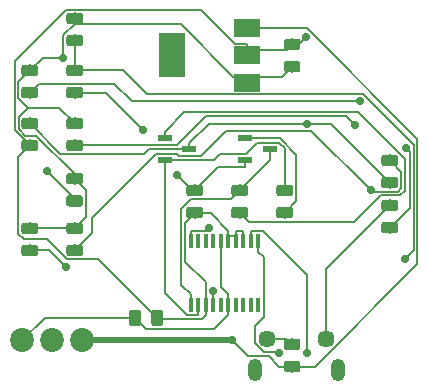
<source format=gbr>
G04 #@! TF.GenerationSoftware,KiCad,Pcbnew,(5.1.4)-1*
G04 #@! TF.CreationDate,2019-09-29T16:50:29-04:00*
G04 #@! TF.ProjectId,espDisp,65737044-6973-4702-9e6b-696361645f70,rev?*
G04 #@! TF.SameCoordinates,Original*
G04 #@! TF.FileFunction,Copper,L1,Top*
G04 #@! TF.FilePolarity,Positive*
%FSLAX46Y46*%
G04 Gerber Fmt 4.6, Leading zero omitted, Abs format (unit mm)*
G04 Created by KiCad (PCBNEW (5.1.4)-1) date 2019-09-29 16:50:29*
%MOMM*%
%LPD*%
G04 APERTURE LIST*
%ADD10R,0.450000X1.250000*%
%ADD11R,1.300000X0.600000*%
%ADD12R,2.200000X1.500000*%
%ADD13R,2.200000X3.800000*%
%ADD14C,1.450000*%
%ADD15O,1.200000X1.900000*%
%ADD16C,0.100000*%
%ADD17C,0.975000*%
%ADD18C,2.020000*%
%ADD19C,0.700000*%
%ADD20C,0.160000*%
%ADD21C,0.500000*%
G04 APERTURE END LIST*
D10*
X73342500Y-58559700D03*
X72707500Y-58559700D03*
X72072500Y-58559700D03*
X71437500Y-58559700D03*
X70802500Y-58559700D03*
X70167500Y-58559700D03*
X73977500Y-58559700D03*
X74612500Y-58559700D03*
X75247500Y-58559700D03*
X75882500Y-58559700D03*
X72707500Y-53200300D03*
X73342500Y-53200300D03*
X73977500Y-53200300D03*
X74612500Y-53200300D03*
X75247500Y-53200300D03*
X75882500Y-53200300D03*
X72072500Y-53200300D03*
X71437500Y-53200300D03*
X70802500Y-53200300D03*
X70167500Y-53200300D03*
D11*
X67945000Y-44455000D03*
X67945000Y-46355000D03*
X70045000Y-45405000D03*
X76835000Y-45405000D03*
X74735000Y-46355000D03*
X74735000Y-44455000D03*
D12*
X74880000Y-35165000D03*
X74880000Y-37465000D03*
X74880000Y-39765000D03*
D13*
X68580000Y-37465000D03*
D14*
X81605000Y-61435000D03*
X76605000Y-61435000D03*
D15*
X82605000Y-64135000D03*
X75605000Y-64135000D03*
D16*
G36*
X79220142Y-63316174D02*
G01*
X79243803Y-63319684D01*
X79267007Y-63325496D01*
X79289529Y-63333554D01*
X79311153Y-63343782D01*
X79331670Y-63356079D01*
X79350883Y-63370329D01*
X79368607Y-63386393D01*
X79384671Y-63404117D01*
X79398921Y-63423330D01*
X79411218Y-63443847D01*
X79421446Y-63465471D01*
X79429504Y-63487993D01*
X79435316Y-63511197D01*
X79438826Y-63534858D01*
X79440000Y-63558750D01*
X79440000Y-64046250D01*
X79438826Y-64070142D01*
X79435316Y-64093803D01*
X79429504Y-64117007D01*
X79421446Y-64139529D01*
X79411218Y-64161153D01*
X79398921Y-64181670D01*
X79384671Y-64200883D01*
X79368607Y-64218607D01*
X79350883Y-64234671D01*
X79331670Y-64248921D01*
X79311153Y-64261218D01*
X79289529Y-64271446D01*
X79267007Y-64279504D01*
X79243803Y-64285316D01*
X79220142Y-64288826D01*
X79196250Y-64290000D01*
X78283750Y-64290000D01*
X78259858Y-64288826D01*
X78236197Y-64285316D01*
X78212993Y-64279504D01*
X78190471Y-64271446D01*
X78168847Y-64261218D01*
X78148330Y-64248921D01*
X78129117Y-64234671D01*
X78111393Y-64218607D01*
X78095329Y-64200883D01*
X78081079Y-64181670D01*
X78068782Y-64161153D01*
X78058554Y-64139529D01*
X78050496Y-64117007D01*
X78044684Y-64093803D01*
X78041174Y-64070142D01*
X78040000Y-64046250D01*
X78040000Y-63558750D01*
X78041174Y-63534858D01*
X78044684Y-63511197D01*
X78050496Y-63487993D01*
X78058554Y-63465471D01*
X78068782Y-63443847D01*
X78081079Y-63423330D01*
X78095329Y-63404117D01*
X78111393Y-63386393D01*
X78129117Y-63370329D01*
X78148330Y-63356079D01*
X78168847Y-63343782D01*
X78190471Y-63333554D01*
X78212993Y-63325496D01*
X78236197Y-63319684D01*
X78259858Y-63316174D01*
X78283750Y-63315000D01*
X79196250Y-63315000D01*
X79220142Y-63316174D01*
X79220142Y-63316174D01*
G37*
D17*
X78740000Y-63802500D03*
D16*
G36*
X79220142Y-61441174D02*
G01*
X79243803Y-61444684D01*
X79267007Y-61450496D01*
X79289529Y-61458554D01*
X79311153Y-61468782D01*
X79331670Y-61481079D01*
X79350883Y-61495329D01*
X79368607Y-61511393D01*
X79384671Y-61529117D01*
X79398921Y-61548330D01*
X79411218Y-61568847D01*
X79421446Y-61590471D01*
X79429504Y-61612993D01*
X79435316Y-61636197D01*
X79438826Y-61659858D01*
X79440000Y-61683750D01*
X79440000Y-62171250D01*
X79438826Y-62195142D01*
X79435316Y-62218803D01*
X79429504Y-62242007D01*
X79421446Y-62264529D01*
X79411218Y-62286153D01*
X79398921Y-62306670D01*
X79384671Y-62325883D01*
X79368607Y-62343607D01*
X79350883Y-62359671D01*
X79331670Y-62373921D01*
X79311153Y-62386218D01*
X79289529Y-62396446D01*
X79267007Y-62404504D01*
X79243803Y-62410316D01*
X79220142Y-62413826D01*
X79196250Y-62415000D01*
X78283750Y-62415000D01*
X78259858Y-62413826D01*
X78236197Y-62410316D01*
X78212993Y-62404504D01*
X78190471Y-62396446D01*
X78168847Y-62386218D01*
X78148330Y-62373921D01*
X78129117Y-62359671D01*
X78111393Y-62343607D01*
X78095329Y-62325883D01*
X78081079Y-62306670D01*
X78068782Y-62286153D01*
X78058554Y-62264529D01*
X78050496Y-62242007D01*
X78044684Y-62218803D01*
X78041174Y-62195142D01*
X78040000Y-62171250D01*
X78040000Y-61683750D01*
X78041174Y-61659858D01*
X78044684Y-61636197D01*
X78050496Y-61612993D01*
X78058554Y-61590471D01*
X78068782Y-61568847D01*
X78081079Y-61548330D01*
X78095329Y-61529117D01*
X78111393Y-61511393D01*
X78129117Y-61495329D01*
X78148330Y-61481079D01*
X78168847Y-61468782D01*
X78190471Y-61458554D01*
X78212993Y-61450496D01*
X78236197Y-61444684D01*
X78259858Y-61441174D01*
X78283750Y-61440000D01*
X79196250Y-61440000D01*
X79220142Y-61441174D01*
X79220142Y-61441174D01*
G37*
D17*
X78740000Y-61927500D03*
D16*
G36*
X65702642Y-58991174D02*
G01*
X65726303Y-58994684D01*
X65749507Y-59000496D01*
X65772029Y-59008554D01*
X65793653Y-59018782D01*
X65814170Y-59031079D01*
X65833383Y-59045329D01*
X65851107Y-59061393D01*
X65867171Y-59079117D01*
X65881421Y-59098330D01*
X65893718Y-59118847D01*
X65903946Y-59140471D01*
X65912004Y-59162993D01*
X65917816Y-59186197D01*
X65921326Y-59209858D01*
X65922500Y-59233750D01*
X65922500Y-60146250D01*
X65921326Y-60170142D01*
X65917816Y-60193803D01*
X65912004Y-60217007D01*
X65903946Y-60239529D01*
X65893718Y-60261153D01*
X65881421Y-60281670D01*
X65867171Y-60300883D01*
X65851107Y-60318607D01*
X65833383Y-60334671D01*
X65814170Y-60348921D01*
X65793653Y-60361218D01*
X65772029Y-60371446D01*
X65749507Y-60379504D01*
X65726303Y-60385316D01*
X65702642Y-60388826D01*
X65678750Y-60390000D01*
X65191250Y-60390000D01*
X65167358Y-60388826D01*
X65143697Y-60385316D01*
X65120493Y-60379504D01*
X65097971Y-60371446D01*
X65076347Y-60361218D01*
X65055830Y-60348921D01*
X65036617Y-60334671D01*
X65018893Y-60318607D01*
X65002829Y-60300883D01*
X64988579Y-60281670D01*
X64976282Y-60261153D01*
X64966054Y-60239529D01*
X64957996Y-60217007D01*
X64952184Y-60193803D01*
X64948674Y-60170142D01*
X64947500Y-60146250D01*
X64947500Y-59233750D01*
X64948674Y-59209858D01*
X64952184Y-59186197D01*
X64957996Y-59162993D01*
X64966054Y-59140471D01*
X64976282Y-59118847D01*
X64988579Y-59098330D01*
X65002829Y-59079117D01*
X65018893Y-59061393D01*
X65036617Y-59045329D01*
X65055830Y-59031079D01*
X65076347Y-59018782D01*
X65097971Y-59008554D01*
X65120493Y-59000496D01*
X65143697Y-58994684D01*
X65167358Y-58991174D01*
X65191250Y-58990000D01*
X65678750Y-58990000D01*
X65702642Y-58991174D01*
X65702642Y-58991174D01*
G37*
D17*
X65435000Y-59690000D03*
D16*
G36*
X67577642Y-58991174D02*
G01*
X67601303Y-58994684D01*
X67624507Y-59000496D01*
X67647029Y-59008554D01*
X67668653Y-59018782D01*
X67689170Y-59031079D01*
X67708383Y-59045329D01*
X67726107Y-59061393D01*
X67742171Y-59079117D01*
X67756421Y-59098330D01*
X67768718Y-59118847D01*
X67778946Y-59140471D01*
X67787004Y-59162993D01*
X67792816Y-59186197D01*
X67796326Y-59209858D01*
X67797500Y-59233750D01*
X67797500Y-60146250D01*
X67796326Y-60170142D01*
X67792816Y-60193803D01*
X67787004Y-60217007D01*
X67778946Y-60239529D01*
X67768718Y-60261153D01*
X67756421Y-60281670D01*
X67742171Y-60300883D01*
X67726107Y-60318607D01*
X67708383Y-60334671D01*
X67689170Y-60348921D01*
X67668653Y-60361218D01*
X67647029Y-60371446D01*
X67624507Y-60379504D01*
X67601303Y-60385316D01*
X67577642Y-60388826D01*
X67553750Y-60390000D01*
X67066250Y-60390000D01*
X67042358Y-60388826D01*
X67018697Y-60385316D01*
X66995493Y-60379504D01*
X66972971Y-60371446D01*
X66951347Y-60361218D01*
X66930830Y-60348921D01*
X66911617Y-60334671D01*
X66893893Y-60318607D01*
X66877829Y-60300883D01*
X66863579Y-60281670D01*
X66851282Y-60261153D01*
X66841054Y-60239529D01*
X66832996Y-60217007D01*
X66827184Y-60193803D01*
X66823674Y-60170142D01*
X66822500Y-60146250D01*
X66822500Y-59233750D01*
X66823674Y-59209858D01*
X66827184Y-59186197D01*
X66832996Y-59162993D01*
X66841054Y-59140471D01*
X66851282Y-59118847D01*
X66863579Y-59098330D01*
X66877829Y-59079117D01*
X66893893Y-59061393D01*
X66911617Y-59045329D01*
X66930830Y-59031079D01*
X66951347Y-59018782D01*
X66972971Y-59008554D01*
X66995493Y-59000496D01*
X67018697Y-58994684D01*
X67042358Y-58991174D01*
X67066250Y-58990000D01*
X67553750Y-58990000D01*
X67577642Y-58991174D01*
X67577642Y-58991174D01*
G37*
D17*
X67310000Y-59690000D03*
D16*
G36*
X60805142Y-35708674D02*
G01*
X60828803Y-35712184D01*
X60852007Y-35717996D01*
X60874529Y-35726054D01*
X60896153Y-35736282D01*
X60916670Y-35748579D01*
X60935883Y-35762829D01*
X60953607Y-35778893D01*
X60969671Y-35796617D01*
X60983921Y-35815830D01*
X60996218Y-35836347D01*
X61006446Y-35857971D01*
X61014504Y-35880493D01*
X61020316Y-35903697D01*
X61023826Y-35927358D01*
X61025000Y-35951250D01*
X61025000Y-36438750D01*
X61023826Y-36462642D01*
X61020316Y-36486303D01*
X61014504Y-36509507D01*
X61006446Y-36532029D01*
X60996218Y-36553653D01*
X60983921Y-36574170D01*
X60969671Y-36593383D01*
X60953607Y-36611107D01*
X60935883Y-36627171D01*
X60916670Y-36641421D01*
X60896153Y-36653718D01*
X60874529Y-36663946D01*
X60852007Y-36672004D01*
X60828803Y-36677816D01*
X60805142Y-36681326D01*
X60781250Y-36682500D01*
X59868750Y-36682500D01*
X59844858Y-36681326D01*
X59821197Y-36677816D01*
X59797993Y-36672004D01*
X59775471Y-36663946D01*
X59753847Y-36653718D01*
X59733330Y-36641421D01*
X59714117Y-36627171D01*
X59696393Y-36611107D01*
X59680329Y-36593383D01*
X59666079Y-36574170D01*
X59653782Y-36553653D01*
X59643554Y-36532029D01*
X59635496Y-36509507D01*
X59629684Y-36486303D01*
X59626174Y-36462642D01*
X59625000Y-36438750D01*
X59625000Y-35951250D01*
X59626174Y-35927358D01*
X59629684Y-35903697D01*
X59635496Y-35880493D01*
X59643554Y-35857971D01*
X59653782Y-35836347D01*
X59666079Y-35815830D01*
X59680329Y-35796617D01*
X59696393Y-35778893D01*
X59714117Y-35762829D01*
X59733330Y-35748579D01*
X59753847Y-35736282D01*
X59775471Y-35726054D01*
X59797993Y-35717996D01*
X59821197Y-35712184D01*
X59844858Y-35708674D01*
X59868750Y-35707500D01*
X60781250Y-35707500D01*
X60805142Y-35708674D01*
X60805142Y-35708674D01*
G37*
D17*
X60325000Y-36195000D03*
D16*
G36*
X60805142Y-33833674D02*
G01*
X60828803Y-33837184D01*
X60852007Y-33842996D01*
X60874529Y-33851054D01*
X60896153Y-33861282D01*
X60916670Y-33873579D01*
X60935883Y-33887829D01*
X60953607Y-33903893D01*
X60969671Y-33921617D01*
X60983921Y-33940830D01*
X60996218Y-33961347D01*
X61006446Y-33982971D01*
X61014504Y-34005493D01*
X61020316Y-34028697D01*
X61023826Y-34052358D01*
X61025000Y-34076250D01*
X61025000Y-34563750D01*
X61023826Y-34587642D01*
X61020316Y-34611303D01*
X61014504Y-34634507D01*
X61006446Y-34657029D01*
X60996218Y-34678653D01*
X60983921Y-34699170D01*
X60969671Y-34718383D01*
X60953607Y-34736107D01*
X60935883Y-34752171D01*
X60916670Y-34766421D01*
X60896153Y-34778718D01*
X60874529Y-34788946D01*
X60852007Y-34797004D01*
X60828803Y-34802816D01*
X60805142Y-34806326D01*
X60781250Y-34807500D01*
X59868750Y-34807500D01*
X59844858Y-34806326D01*
X59821197Y-34802816D01*
X59797993Y-34797004D01*
X59775471Y-34788946D01*
X59753847Y-34778718D01*
X59733330Y-34766421D01*
X59714117Y-34752171D01*
X59696393Y-34736107D01*
X59680329Y-34718383D01*
X59666079Y-34699170D01*
X59653782Y-34678653D01*
X59643554Y-34657029D01*
X59635496Y-34634507D01*
X59629684Y-34611303D01*
X59626174Y-34587642D01*
X59625000Y-34563750D01*
X59625000Y-34076250D01*
X59626174Y-34052358D01*
X59629684Y-34028697D01*
X59635496Y-34005493D01*
X59643554Y-33982971D01*
X59653782Y-33961347D01*
X59666079Y-33940830D01*
X59680329Y-33921617D01*
X59696393Y-33903893D01*
X59714117Y-33887829D01*
X59733330Y-33873579D01*
X59753847Y-33861282D01*
X59775471Y-33851054D01*
X59797993Y-33842996D01*
X59821197Y-33837184D01*
X59844858Y-33833674D01*
X59868750Y-33832500D01*
X60781250Y-33832500D01*
X60805142Y-33833674D01*
X60805142Y-33833674D01*
G37*
D17*
X60325000Y-34320000D03*
D16*
G36*
X60805142Y-53488674D02*
G01*
X60828803Y-53492184D01*
X60852007Y-53497996D01*
X60874529Y-53506054D01*
X60896153Y-53516282D01*
X60916670Y-53528579D01*
X60935883Y-53542829D01*
X60953607Y-53558893D01*
X60969671Y-53576617D01*
X60983921Y-53595830D01*
X60996218Y-53616347D01*
X61006446Y-53637971D01*
X61014504Y-53660493D01*
X61020316Y-53683697D01*
X61023826Y-53707358D01*
X61025000Y-53731250D01*
X61025000Y-54218750D01*
X61023826Y-54242642D01*
X61020316Y-54266303D01*
X61014504Y-54289507D01*
X61006446Y-54312029D01*
X60996218Y-54333653D01*
X60983921Y-54354170D01*
X60969671Y-54373383D01*
X60953607Y-54391107D01*
X60935883Y-54407171D01*
X60916670Y-54421421D01*
X60896153Y-54433718D01*
X60874529Y-54443946D01*
X60852007Y-54452004D01*
X60828803Y-54457816D01*
X60805142Y-54461326D01*
X60781250Y-54462500D01*
X59868750Y-54462500D01*
X59844858Y-54461326D01*
X59821197Y-54457816D01*
X59797993Y-54452004D01*
X59775471Y-54443946D01*
X59753847Y-54433718D01*
X59733330Y-54421421D01*
X59714117Y-54407171D01*
X59696393Y-54391107D01*
X59680329Y-54373383D01*
X59666079Y-54354170D01*
X59653782Y-54333653D01*
X59643554Y-54312029D01*
X59635496Y-54289507D01*
X59629684Y-54266303D01*
X59626174Y-54242642D01*
X59625000Y-54218750D01*
X59625000Y-53731250D01*
X59626174Y-53707358D01*
X59629684Y-53683697D01*
X59635496Y-53660493D01*
X59643554Y-53637971D01*
X59653782Y-53616347D01*
X59666079Y-53595830D01*
X59680329Y-53576617D01*
X59696393Y-53558893D01*
X59714117Y-53542829D01*
X59733330Y-53528579D01*
X59753847Y-53516282D01*
X59775471Y-53506054D01*
X59797993Y-53497996D01*
X59821197Y-53492184D01*
X59844858Y-53488674D01*
X59868750Y-53487500D01*
X60781250Y-53487500D01*
X60805142Y-53488674D01*
X60805142Y-53488674D01*
G37*
D17*
X60325000Y-53975000D03*
D16*
G36*
X60805142Y-51613674D02*
G01*
X60828803Y-51617184D01*
X60852007Y-51622996D01*
X60874529Y-51631054D01*
X60896153Y-51641282D01*
X60916670Y-51653579D01*
X60935883Y-51667829D01*
X60953607Y-51683893D01*
X60969671Y-51701617D01*
X60983921Y-51720830D01*
X60996218Y-51741347D01*
X61006446Y-51762971D01*
X61014504Y-51785493D01*
X61020316Y-51808697D01*
X61023826Y-51832358D01*
X61025000Y-51856250D01*
X61025000Y-52343750D01*
X61023826Y-52367642D01*
X61020316Y-52391303D01*
X61014504Y-52414507D01*
X61006446Y-52437029D01*
X60996218Y-52458653D01*
X60983921Y-52479170D01*
X60969671Y-52498383D01*
X60953607Y-52516107D01*
X60935883Y-52532171D01*
X60916670Y-52546421D01*
X60896153Y-52558718D01*
X60874529Y-52568946D01*
X60852007Y-52577004D01*
X60828803Y-52582816D01*
X60805142Y-52586326D01*
X60781250Y-52587500D01*
X59868750Y-52587500D01*
X59844858Y-52586326D01*
X59821197Y-52582816D01*
X59797993Y-52577004D01*
X59775471Y-52568946D01*
X59753847Y-52558718D01*
X59733330Y-52546421D01*
X59714117Y-52532171D01*
X59696393Y-52516107D01*
X59680329Y-52498383D01*
X59666079Y-52479170D01*
X59653782Y-52458653D01*
X59643554Y-52437029D01*
X59635496Y-52414507D01*
X59629684Y-52391303D01*
X59626174Y-52367642D01*
X59625000Y-52343750D01*
X59625000Y-51856250D01*
X59626174Y-51832358D01*
X59629684Y-51808697D01*
X59635496Y-51785493D01*
X59643554Y-51762971D01*
X59653782Y-51741347D01*
X59666079Y-51720830D01*
X59680329Y-51701617D01*
X59696393Y-51683893D01*
X59714117Y-51667829D01*
X59733330Y-51653579D01*
X59753847Y-51641282D01*
X59775471Y-51631054D01*
X59797993Y-51622996D01*
X59821197Y-51617184D01*
X59844858Y-51613674D01*
X59868750Y-51612500D01*
X60781250Y-51612500D01*
X60805142Y-51613674D01*
X60805142Y-51613674D01*
G37*
D17*
X60325000Y-52100000D03*
D16*
G36*
X79220142Y-36041174D02*
G01*
X79243803Y-36044684D01*
X79267007Y-36050496D01*
X79289529Y-36058554D01*
X79311153Y-36068782D01*
X79331670Y-36081079D01*
X79350883Y-36095329D01*
X79368607Y-36111393D01*
X79384671Y-36129117D01*
X79398921Y-36148330D01*
X79411218Y-36168847D01*
X79421446Y-36190471D01*
X79429504Y-36212993D01*
X79435316Y-36236197D01*
X79438826Y-36259858D01*
X79440000Y-36283750D01*
X79440000Y-36771250D01*
X79438826Y-36795142D01*
X79435316Y-36818803D01*
X79429504Y-36842007D01*
X79421446Y-36864529D01*
X79411218Y-36886153D01*
X79398921Y-36906670D01*
X79384671Y-36925883D01*
X79368607Y-36943607D01*
X79350883Y-36959671D01*
X79331670Y-36973921D01*
X79311153Y-36986218D01*
X79289529Y-36996446D01*
X79267007Y-37004504D01*
X79243803Y-37010316D01*
X79220142Y-37013826D01*
X79196250Y-37015000D01*
X78283750Y-37015000D01*
X78259858Y-37013826D01*
X78236197Y-37010316D01*
X78212993Y-37004504D01*
X78190471Y-36996446D01*
X78168847Y-36986218D01*
X78148330Y-36973921D01*
X78129117Y-36959671D01*
X78111393Y-36943607D01*
X78095329Y-36925883D01*
X78081079Y-36906670D01*
X78068782Y-36886153D01*
X78058554Y-36864529D01*
X78050496Y-36842007D01*
X78044684Y-36818803D01*
X78041174Y-36795142D01*
X78040000Y-36771250D01*
X78040000Y-36283750D01*
X78041174Y-36259858D01*
X78044684Y-36236197D01*
X78050496Y-36212993D01*
X78058554Y-36190471D01*
X78068782Y-36168847D01*
X78081079Y-36148330D01*
X78095329Y-36129117D01*
X78111393Y-36111393D01*
X78129117Y-36095329D01*
X78148330Y-36081079D01*
X78168847Y-36068782D01*
X78190471Y-36058554D01*
X78212993Y-36050496D01*
X78236197Y-36044684D01*
X78259858Y-36041174D01*
X78283750Y-36040000D01*
X79196250Y-36040000D01*
X79220142Y-36041174D01*
X79220142Y-36041174D01*
G37*
D17*
X78740000Y-36527500D03*
D16*
G36*
X79220142Y-37916174D02*
G01*
X79243803Y-37919684D01*
X79267007Y-37925496D01*
X79289529Y-37933554D01*
X79311153Y-37943782D01*
X79331670Y-37956079D01*
X79350883Y-37970329D01*
X79368607Y-37986393D01*
X79384671Y-38004117D01*
X79398921Y-38023330D01*
X79411218Y-38043847D01*
X79421446Y-38065471D01*
X79429504Y-38087993D01*
X79435316Y-38111197D01*
X79438826Y-38134858D01*
X79440000Y-38158750D01*
X79440000Y-38646250D01*
X79438826Y-38670142D01*
X79435316Y-38693803D01*
X79429504Y-38717007D01*
X79421446Y-38739529D01*
X79411218Y-38761153D01*
X79398921Y-38781670D01*
X79384671Y-38800883D01*
X79368607Y-38818607D01*
X79350883Y-38834671D01*
X79331670Y-38848921D01*
X79311153Y-38861218D01*
X79289529Y-38871446D01*
X79267007Y-38879504D01*
X79243803Y-38885316D01*
X79220142Y-38888826D01*
X79196250Y-38890000D01*
X78283750Y-38890000D01*
X78259858Y-38888826D01*
X78236197Y-38885316D01*
X78212993Y-38879504D01*
X78190471Y-38871446D01*
X78168847Y-38861218D01*
X78148330Y-38848921D01*
X78129117Y-38834671D01*
X78111393Y-38818607D01*
X78095329Y-38800883D01*
X78081079Y-38781670D01*
X78068782Y-38761153D01*
X78058554Y-38739529D01*
X78050496Y-38717007D01*
X78044684Y-38693803D01*
X78041174Y-38670142D01*
X78040000Y-38646250D01*
X78040000Y-38158750D01*
X78041174Y-38134858D01*
X78044684Y-38111197D01*
X78050496Y-38087993D01*
X78058554Y-38065471D01*
X78068782Y-38043847D01*
X78081079Y-38023330D01*
X78095329Y-38004117D01*
X78111393Y-37986393D01*
X78129117Y-37970329D01*
X78148330Y-37956079D01*
X78168847Y-37943782D01*
X78190471Y-37933554D01*
X78212993Y-37925496D01*
X78236197Y-37919684D01*
X78259858Y-37916174D01*
X78283750Y-37915000D01*
X79196250Y-37915000D01*
X79220142Y-37916174D01*
X79220142Y-37916174D01*
G37*
D17*
X78740000Y-38402500D03*
D18*
X60960000Y-61595000D03*
X58420000Y-61595000D03*
X55880000Y-61595000D03*
D16*
G36*
X87475142Y-49678674D02*
G01*
X87498803Y-49682184D01*
X87522007Y-49687996D01*
X87544529Y-49696054D01*
X87566153Y-49706282D01*
X87586670Y-49718579D01*
X87605883Y-49732829D01*
X87623607Y-49748893D01*
X87639671Y-49766617D01*
X87653921Y-49785830D01*
X87666218Y-49806347D01*
X87676446Y-49827971D01*
X87684504Y-49850493D01*
X87690316Y-49873697D01*
X87693826Y-49897358D01*
X87695000Y-49921250D01*
X87695000Y-50408750D01*
X87693826Y-50432642D01*
X87690316Y-50456303D01*
X87684504Y-50479507D01*
X87676446Y-50502029D01*
X87666218Y-50523653D01*
X87653921Y-50544170D01*
X87639671Y-50563383D01*
X87623607Y-50581107D01*
X87605883Y-50597171D01*
X87586670Y-50611421D01*
X87566153Y-50623718D01*
X87544529Y-50633946D01*
X87522007Y-50642004D01*
X87498803Y-50647816D01*
X87475142Y-50651326D01*
X87451250Y-50652500D01*
X86538750Y-50652500D01*
X86514858Y-50651326D01*
X86491197Y-50647816D01*
X86467993Y-50642004D01*
X86445471Y-50633946D01*
X86423847Y-50623718D01*
X86403330Y-50611421D01*
X86384117Y-50597171D01*
X86366393Y-50581107D01*
X86350329Y-50563383D01*
X86336079Y-50544170D01*
X86323782Y-50523653D01*
X86313554Y-50502029D01*
X86305496Y-50479507D01*
X86299684Y-50456303D01*
X86296174Y-50432642D01*
X86295000Y-50408750D01*
X86295000Y-49921250D01*
X86296174Y-49897358D01*
X86299684Y-49873697D01*
X86305496Y-49850493D01*
X86313554Y-49827971D01*
X86323782Y-49806347D01*
X86336079Y-49785830D01*
X86350329Y-49766617D01*
X86366393Y-49748893D01*
X86384117Y-49732829D01*
X86403330Y-49718579D01*
X86423847Y-49706282D01*
X86445471Y-49696054D01*
X86467993Y-49687996D01*
X86491197Y-49682184D01*
X86514858Y-49678674D01*
X86538750Y-49677500D01*
X87451250Y-49677500D01*
X87475142Y-49678674D01*
X87475142Y-49678674D01*
G37*
D17*
X86995000Y-50165000D03*
D16*
G36*
X87475142Y-51553674D02*
G01*
X87498803Y-51557184D01*
X87522007Y-51562996D01*
X87544529Y-51571054D01*
X87566153Y-51581282D01*
X87586670Y-51593579D01*
X87605883Y-51607829D01*
X87623607Y-51623893D01*
X87639671Y-51641617D01*
X87653921Y-51660830D01*
X87666218Y-51681347D01*
X87676446Y-51702971D01*
X87684504Y-51725493D01*
X87690316Y-51748697D01*
X87693826Y-51772358D01*
X87695000Y-51796250D01*
X87695000Y-52283750D01*
X87693826Y-52307642D01*
X87690316Y-52331303D01*
X87684504Y-52354507D01*
X87676446Y-52377029D01*
X87666218Y-52398653D01*
X87653921Y-52419170D01*
X87639671Y-52438383D01*
X87623607Y-52456107D01*
X87605883Y-52472171D01*
X87586670Y-52486421D01*
X87566153Y-52498718D01*
X87544529Y-52508946D01*
X87522007Y-52517004D01*
X87498803Y-52522816D01*
X87475142Y-52526326D01*
X87451250Y-52527500D01*
X86538750Y-52527500D01*
X86514858Y-52526326D01*
X86491197Y-52522816D01*
X86467993Y-52517004D01*
X86445471Y-52508946D01*
X86423847Y-52498718D01*
X86403330Y-52486421D01*
X86384117Y-52472171D01*
X86366393Y-52456107D01*
X86350329Y-52438383D01*
X86336079Y-52419170D01*
X86323782Y-52398653D01*
X86313554Y-52377029D01*
X86305496Y-52354507D01*
X86299684Y-52331303D01*
X86296174Y-52307642D01*
X86295000Y-52283750D01*
X86295000Y-51796250D01*
X86296174Y-51772358D01*
X86299684Y-51748697D01*
X86305496Y-51725493D01*
X86313554Y-51702971D01*
X86323782Y-51681347D01*
X86336079Y-51660830D01*
X86350329Y-51641617D01*
X86366393Y-51623893D01*
X86384117Y-51607829D01*
X86403330Y-51593579D01*
X86423847Y-51581282D01*
X86445471Y-51571054D01*
X86467993Y-51562996D01*
X86491197Y-51557184D01*
X86514858Y-51553674D01*
X86538750Y-51552500D01*
X87451250Y-51552500D01*
X87475142Y-51553674D01*
X87475142Y-51553674D01*
G37*
D17*
X86995000Y-52040000D03*
D16*
G36*
X56995142Y-40123674D02*
G01*
X57018803Y-40127184D01*
X57042007Y-40132996D01*
X57064529Y-40141054D01*
X57086153Y-40151282D01*
X57106670Y-40163579D01*
X57125883Y-40177829D01*
X57143607Y-40193893D01*
X57159671Y-40211617D01*
X57173921Y-40230830D01*
X57186218Y-40251347D01*
X57196446Y-40272971D01*
X57204504Y-40295493D01*
X57210316Y-40318697D01*
X57213826Y-40342358D01*
X57215000Y-40366250D01*
X57215000Y-40853750D01*
X57213826Y-40877642D01*
X57210316Y-40901303D01*
X57204504Y-40924507D01*
X57196446Y-40947029D01*
X57186218Y-40968653D01*
X57173921Y-40989170D01*
X57159671Y-41008383D01*
X57143607Y-41026107D01*
X57125883Y-41042171D01*
X57106670Y-41056421D01*
X57086153Y-41068718D01*
X57064529Y-41078946D01*
X57042007Y-41087004D01*
X57018803Y-41092816D01*
X56995142Y-41096326D01*
X56971250Y-41097500D01*
X56058750Y-41097500D01*
X56034858Y-41096326D01*
X56011197Y-41092816D01*
X55987993Y-41087004D01*
X55965471Y-41078946D01*
X55943847Y-41068718D01*
X55923330Y-41056421D01*
X55904117Y-41042171D01*
X55886393Y-41026107D01*
X55870329Y-41008383D01*
X55856079Y-40989170D01*
X55843782Y-40968653D01*
X55833554Y-40947029D01*
X55825496Y-40924507D01*
X55819684Y-40901303D01*
X55816174Y-40877642D01*
X55815000Y-40853750D01*
X55815000Y-40366250D01*
X55816174Y-40342358D01*
X55819684Y-40318697D01*
X55825496Y-40295493D01*
X55833554Y-40272971D01*
X55843782Y-40251347D01*
X55856079Y-40230830D01*
X55870329Y-40211617D01*
X55886393Y-40193893D01*
X55904117Y-40177829D01*
X55923330Y-40163579D01*
X55943847Y-40151282D01*
X55965471Y-40141054D01*
X55987993Y-40132996D01*
X56011197Y-40127184D01*
X56034858Y-40123674D01*
X56058750Y-40122500D01*
X56971250Y-40122500D01*
X56995142Y-40123674D01*
X56995142Y-40123674D01*
G37*
D17*
X56515000Y-40610000D03*
D16*
G36*
X56995142Y-38248674D02*
G01*
X57018803Y-38252184D01*
X57042007Y-38257996D01*
X57064529Y-38266054D01*
X57086153Y-38276282D01*
X57106670Y-38288579D01*
X57125883Y-38302829D01*
X57143607Y-38318893D01*
X57159671Y-38336617D01*
X57173921Y-38355830D01*
X57186218Y-38376347D01*
X57196446Y-38397971D01*
X57204504Y-38420493D01*
X57210316Y-38443697D01*
X57213826Y-38467358D01*
X57215000Y-38491250D01*
X57215000Y-38978750D01*
X57213826Y-39002642D01*
X57210316Y-39026303D01*
X57204504Y-39049507D01*
X57196446Y-39072029D01*
X57186218Y-39093653D01*
X57173921Y-39114170D01*
X57159671Y-39133383D01*
X57143607Y-39151107D01*
X57125883Y-39167171D01*
X57106670Y-39181421D01*
X57086153Y-39193718D01*
X57064529Y-39203946D01*
X57042007Y-39212004D01*
X57018803Y-39217816D01*
X56995142Y-39221326D01*
X56971250Y-39222500D01*
X56058750Y-39222500D01*
X56034858Y-39221326D01*
X56011197Y-39217816D01*
X55987993Y-39212004D01*
X55965471Y-39203946D01*
X55943847Y-39193718D01*
X55923330Y-39181421D01*
X55904117Y-39167171D01*
X55886393Y-39151107D01*
X55870329Y-39133383D01*
X55856079Y-39114170D01*
X55843782Y-39093653D01*
X55833554Y-39072029D01*
X55825496Y-39049507D01*
X55819684Y-39026303D01*
X55816174Y-39002642D01*
X55815000Y-38978750D01*
X55815000Y-38491250D01*
X55816174Y-38467358D01*
X55819684Y-38443697D01*
X55825496Y-38420493D01*
X55833554Y-38397971D01*
X55843782Y-38376347D01*
X55856079Y-38355830D01*
X55870329Y-38336617D01*
X55886393Y-38318893D01*
X55904117Y-38302829D01*
X55923330Y-38288579D01*
X55943847Y-38276282D01*
X55965471Y-38266054D01*
X55987993Y-38257996D01*
X56011197Y-38252184D01*
X56034858Y-38248674D01*
X56058750Y-38247500D01*
X56971250Y-38247500D01*
X56995142Y-38248674D01*
X56995142Y-38248674D01*
G37*
D17*
X56515000Y-38735000D03*
D16*
G36*
X70965142Y-50283674D02*
G01*
X70988803Y-50287184D01*
X71012007Y-50292996D01*
X71034529Y-50301054D01*
X71056153Y-50311282D01*
X71076670Y-50323579D01*
X71095883Y-50337829D01*
X71113607Y-50353893D01*
X71129671Y-50371617D01*
X71143921Y-50390830D01*
X71156218Y-50411347D01*
X71166446Y-50432971D01*
X71174504Y-50455493D01*
X71180316Y-50478697D01*
X71183826Y-50502358D01*
X71185000Y-50526250D01*
X71185000Y-51013750D01*
X71183826Y-51037642D01*
X71180316Y-51061303D01*
X71174504Y-51084507D01*
X71166446Y-51107029D01*
X71156218Y-51128653D01*
X71143921Y-51149170D01*
X71129671Y-51168383D01*
X71113607Y-51186107D01*
X71095883Y-51202171D01*
X71076670Y-51216421D01*
X71056153Y-51228718D01*
X71034529Y-51238946D01*
X71012007Y-51247004D01*
X70988803Y-51252816D01*
X70965142Y-51256326D01*
X70941250Y-51257500D01*
X70028750Y-51257500D01*
X70004858Y-51256326D01*
X69981197Y-51252816D01*
X69957993Y-51247004D01*
X69935471Y-51238946D01*
X69913847Y-51228718D01*
X69893330Y-51216421D01*
X69874117Y-51202171D01*
X69856393Y-51186107D01*
X69840329Y-51168383D01*
X69826079Y-51149170D01*
X69813782Y-51128653D01*
X69803554Y-51107029D01*
X69795496Y-51084507D01*
X69789684Y-51061303D01*
X69786174Y-51037642D01*
X69785000Y-51013750D01*
X69785000Y-50526250D01*
X69786174Y-50502358D01*
X69789684Y-50478697D01*
X69795496Y-50455493D01*
X69803554Y-50432971D01*
X69813782Y-50411347D01*
X69826079Y-50390830D01*
X69840329Y-50371617D01*
X69856393Y-50353893D01*
X69874117Y-50337829D01*
X69893330Y-50323579D01*
X69913847Y-50311282D01*
X69935471Y-50301054D01*
X69957993Y-50292996D01*
X69981197Y-50287184D01*
X70004858Y-50283674D01*
X70028750Y-50282500D01*
X70941250Y-50282500D01*
X70965142Y-50283674D01*
X70965142Y-50283674D01*
G37*
D17*
X70485000Y-50770000D03*
D16*
G36*
X70965142Y-48408674D02*
G01*
X70988803Y-48412184D01*
X71012007Y-48417996D01*
X71034529Y-48426054D01*
X71056153Y-48436282D01*
X71076670Y-48448579D01*
X71095883Y-48462829D01*
X71113607Y-48478893D01*
X71129671Y-48496617D01*
X71143921Y-48515830D01*
X71156218Y-48536347D01*
X71166446Y-48557971D01*
X71174504Y-48580493D01*
X71180316Y-48603697D01*
X71183826Y-48627358D01*
X71185000Y-48651250D01*
X71185000Y-49138750D01*
X71183826Y-49162642D01*
X71180316Y-49186303D01*
X71174504Y-49209507D01*
X71166446Y-49232029D01*
X71156218Y-49253653D01*
X71143921Y-49274170D01*
X71129671Y-49293383D01*
X71113607Y-49311107D01*
X71095883Y-49327171D01*
X71076670Y-49341421D01*
X71056153Y-49353718D01*
X71034529Y-49363946D01*
X71012007Y-49372004D01*
X70988803Y-49377816D01*
X70965142Y-49381326D01*
X70941250Y-49382500D01*
X70028750Y-49382500D01*
X70004858Y-49381326D01*
X69981197Y-49377816D01*
X69957993Y-49372004D01*
X69935471Y-49363946D01*
X69913847Y-49353718D01*
X69893330Y-49341421D01*
X69874117Y-49327171D01*
X69856393Y-49311107D01*
X69840329Y-49293383D01*
X69826079Y-49274170D01*
X69813782Y-49253653D01*
X69803554Y-49232029D01*
X69795496Y-49209507D01*
X69789684Y-49186303D01*
X69786174Y-49162642D01*
X69785000Y-49138750D01*
X69785000Y-48651250D01*
X69786174Y-48627358D01*
X69789684Y-48603697D01*
X69795496Y-48580493D01*
X69803554Y-48557971D01*
X69813782Y-48536347D01*
X69826079Y-48515830D01*
X69840329Y-48496617D01*
X69856393Y-48478893D01*
X69874117Y-48462829D01*
X69893330Y-48448579D01*
X69913847Y-48436282D01*
X69935471Y-48426054D01*
X69957993Y-48417996D01*
X69981197Y-48412184D01*
X70004858Y-48408674D01*
X70028750Y-48407500D01*
X70941250Y-48407500D01*
X70965142Y-48408674D01*
X70965142Y-48408674D01*
G37*
D17*
X70485000Y-48895000D03*
D16*
G36*
X60805142Y-38248674D02*
G01*
X60828803Y-38252184D01*
X60852007Y-38257996D01*
X60874529Y-38266054D01*
X60896153Y-38276282D01*
X60916670Y-38288579D01*
X60935883Y-38302829D01*
X60953607Y-38318893D01*
X60969671Y-38336617D01*
X60983921Y-38355830D01*
X60996218Y-38376347D01*
X61006446Y-38397971D01*
X61014504Y-38420493D01*
X61020316Y-38443697D01*
X61023826Y-38467358D01*
X61025000Y-38491250D01*
X61025000Y-38978750D01*
X61023826Y-39002642D01*
X61020316Y-39026303D01*
X61014504Y-39049507D01*
X61006446Y-39072029D01*
X60996218Y-39093653D01*
X60983921Y-39114170D01*
X60969671Y-39133383D01*
X60953607Y-39151107D01*
X60935883Y-39167171D01*
X60916670Y-39181421D01*
X60896153Y-39193718D01*
X60874529Y-39203946D01*
X60852007Y-39212004D01*
X60828803Y-39217816D01*
X60805142Y-39221326D01*
X60781250Y-39222500D01*
X59868750Y-39222500D01*
X59844858Y-39221326D01*
X59821197Y-39217816D01*
X59797993Y-39212004D01*
X59775471Y-39203946D01*
X59753847Y-39193718D01*
X59733330Y-39181421D01*
X59714117Y-39167171D01*
X59696393Y-39151107D01*
X59680329Y-39133383D01*
X59666079Y-39114170D01*
X59653782Y-39093653D01*
X59643554Y-39072029D01*
X59635496Y-39049507D01*
X59629684Y-39026303D01*
X59626174Y-39002642D01*
X59625000Y-38978750D01*
X59625000Y-38491250D01*
X59626174Y-38467358D01*
X59629684Y-38443697D01*
X59635496Y-38420493D01*
X59643554Y-38397971D01*
X59653782Y-38376347D01*
X59666079Y-38355830D01*
X59680329Y-38336617D01*
X59696393Y-38318893D01*
X59714117Y-38302829D01*
X59733330Y-38288579D01*
X59753847Y-38276282D01*
X59775471Y-38266054D01*
X59797993Y-38257996D01*
X59821197Y-38252184D01*
X59844858Y-38248674D01*
X59868750Y-38247500D01*
X60781250Y-38247500D01*
X60805142Y-38248674D01*
X60805142Y-38248674D01*
G37*
D17*
X60325000Y-38735000D03*
D16*
G36*
X60805142Y-40123674D02*
G01*
X60828803Y-40127184D01*
X60852007Y-40132996D01*
X60874529Y-40141054D01*
X60896153Y-40151282D01*
X60916670Y-40163579D01*
X60935883Y-40177829D01*
X60953607Y-40193893D01*
X60969671Y-40211617D01*
X60983921Y-40230830D01*
X60996218Y-40251347D01*
X61006446Y-40272971D01*
X61014504Y-40295493D01*
X61020316Y-40318697D01*
X61023826Y-40342358D01*
X61025000Y-40366250D01*
X61025000Y-40853750D01*
X61023826Y-40877642D01*
X61020316Y-40901303D01*
X61014504Y-40924507D01*
X61006446Y-40947029D01*
X60996218Y-40968653D01*
X60983921Y-40989170D01*
X60969671Y-41008383D01*
X60953607Y-41026107D01*
X60935883Y-41042171D01*
X60916670Y-41056421D01*
X60896153Y-41068718D01*
X60874529Y-41078946D01*
X60852007Y-41087004D01*
X60828803Y-41092816D01*
X60805142Y-41096326D01*
X60781250Y-41097500D01*
X59868750Y-41097500D01*
X59844858Y-41096326D01*
X59821197Y-41092816D01*
X59797993Y-41087004D01*
X59775471Y-41078946D01*
X59753847Y-41068718D01*
X59733330Y-41056421D01*
X59714117Y-41042171D01*
X59696393Y-41026107D01*
X59680329Y-41008383D01*
X59666079Y-40989170D01*
X59653782Y-40968653D01*
X59643554Y-40947029D01*
X59635496Y-40924507D01*
X59629684Y-40901303D01*
X59626174Y-40877642D01*
X59625000Y-40853750D01*
X59625000Y-40366250D01*
X59626174Y-40342358D01*
X59629684Y-40318697D01*
X59635496Y-40295493D01*
X59643554Y-40272971D01*
X59653782Y-40251347D01*
X59666079Y-40230830D01*
X59680329Y-40211617D01*
X59696393Y-40193893D01*
X59714117Y-40177829D01*
X59733330Y-40163579D01*
X59753847Y-40151282D01*
X59775471Y-40141054D01*
X59797993Y-40132996D01*
X59821197Y-40127184D01*
X59844858Y-40123674D01*
X59868750Y-40122500D01*
X60781250Y-40122500D01*
X60805142Y-40123674D01*
X60805142Y-40123674D01*
G37*
D17*
X60325000Y-40610000D03*
D16*
G36*
X74775142Y-48408674D02*
G01*
X74798803Y-48412184D01*
X74822007Y-48417996D01*
X74844529Y-48426054D01*
X74866153Y-48436282D01*
X74886670Y-48448579D01*
X74905883Y-48462829D01*
X74923607Y-48478893D01*
X74939671Y-48496617D01*
X74953921Y-48515830D01*
X74966218Y-48536347D01*
X74976446Y-48557971D01*
X74984504Y-48580493D01*
X74990316Y-48603697D01*
X74993826Y-48627358D01*
X74995000Y-48651250D01*
X74995000Y-49138750D01*
X74993826Y-49162642D01*
X74990316Y-49186303D01*
X74984504Y-49209507D01*
X74976446Y-49232029D01*
X74966218Y-49253653D01*
X74953921Y-49274170D01*
X74939671Y-49293383D01*
X74923607Y-49311107D01*
X74905883Y-49327171D01*
X74886670Y-49341421D01*
X74866153Y-49353718D01*
X74844529Y-49363946D01*
X74822007Y-49372004D01*
X74798803Y-49377816D01*
X74775142Y-49381326D01*
X74751250Y-49382500D01*
X73838750Y-49382500D01*
X73814858Y-49381326D01*
X73791197Y-49377816D01*
X73767993Y-49372004D01*
X73745471Y-49363946D01*
X73723847Y-49353718D01*
X73703330Y-49341421D01*
X73684117Y-49327171D01*
X73666393Y-49311107D01*
X73650329Y-49293383D01*
X73636079Y-49274170D01*
X73623782Y-49253653D01*
X73613554Y-49232029D01*
X73605496Y-49209507D01*
X73599684Y-49186303D01*
X73596174Y-49162642D01*
X73595000Y-49138750D01*
X73595000Y-48651250D01*
X73596174Y-48627358D01*
X73599684Y-48603697D01*
X73605496Y-48580493D01*
X73613554Y-48557971D01*
X73623782Y-48536347D01*
X73636079Y-48515830D01*
X73650329Y-48496617D01*
X73666393Y-48478893D01*
X73684117Y-48462829D01*
X73703330Y-48448579D01*
X73723847Y-48436282D01*
X73745471Y-48426054D01*
X73767993Y-48417996D01*
X73791197Y-48412184D01*
X73814858Y-48408674D01*
X73838750Y-48407500D01*
X74751250Y-48407500D01*
X74775142Y-48408674D01*
X74775142Y-48408674D01*
G37*
D17*
X74295000Y-48895000D03*
D16*
G36*
X74775142Y-50283674D02*
G01*
X74798803Y-50287184D01*
X74822007Y-50292996D01*
X74844529Y-50301054D01*
X74866153Y-50311282D01*
X74886670Y-50323579D01*
X74905883Y-50337829D01*
X74923607Y-50353893D01*
X74939671Y-50371617D01*
X74953921Y-50390830D01*
X74966218Y-50411347D01*
X74976446Y-50432971D01*
X74984504Y-50455493D01*
X74990316Y-50478697D01*
X74993826Y-50502358D01*
X74995000Y-50526250D01*
X74995000Y-51013750D01*
X74993826Y-51037642D01*
X74990316Y-51061303D01*
X74984504Y-51084507D01*
X74976446Y-51107029D01*
X74966218Y-51128653D01*
X74953921Y-51149170D01*
X74939671Y-51168383D01*
X74923607Y-51186107D01*
X74905883Y-51202171D01*
X74886670Y-51216421D01*
X74866153Y-51228718D01*
X74844529Y-51238946D01*
X74822007Y-51247004D01*
X74798803Y-51252816D01*
X74775142Y-51256326D01*
X74751250Y-51257500D01*
X73838750Y-51257500D01*
X73814858Y-51256326D01*
X73791197Y-51252816D01*
X73767993Y-51247004D01*
X73745471Y-51238946D01*
X73723847Y-51228718D01*
X73703330Y-51216421D01*
X73684117Y-51202171D01*
X73666393Y-51186107D01*
X73650329Y-51168383D01*
X73636079Y-51149170D01*
X73623782Y-51128653D01*
X73613554Y-51107029D01*
X73605496Y-51084507D01*
X73599684Y-51061303D01*
X73596174Y-51037642D01*
X73595000Y-51013750D01*
X73595000Y-50526250D01*
X73596174Y-50502358D01*
X73599684Y-50478697D01*
X73605496Y-50455493D01*
X73613554Y-50432971D01*
X73623782Y-50411347D01*
X73636079Y-50390830D01*
X73650329Y-50371617D01*
X73666393Y-50353893D01*
X73684117Y-50337829D01*
X73703330Y-50323579D01*
X73723847Y-50311282D01*
X73745471Y-50301054D01*
X73767993Y-50292996D01*
X73791197Y-50287184D01*
X73814858Y-50283674D01*
X73838750Y-50282500D01*
X74751250Y-50282500D01*
X74775142Y-50283674D01*
X74775142Y-50283674D01*
G37*
D17*
X74295000Y-50770000D03*
D16*
G36*
X78585142Y-50283674D02*
G01*
X78608803Y-50287184D01*
X78632007Y-50292996D01*
X78654529Y-50301054D01*
X78676153Y-50311282D01*
X78696670Y-50323579D01*
X78715883Y-50337829D01*
X78733607Y-50353893D01*
X78749671Y-50371617D01*
X78763921Y-50390830D01*
X78776218Y-50411347D01*
X78786446Y-50432971D01*
X78794504Y-50455493D01*
X78800316Y-50478697D01*
X78803826Y-50502358D01*
X78805000Y-50526250D01*
X78805000Y-51013750D01*
X78803826Y-51037642D01*
X78800316Y-51061303D01*
X78794504Y-51084507D01*
X78786446Y-51107029D01*
X78776218Y-51128653D01*
X78763921Y-51149170D01*
X78749671Y-51168383D01*
X78733607Y-51186107D01*
X78715883Y-51202171D01*
X78696670Y-51216421D01*
X78676153Y-51228718D01*
X78654529Y-51238946D01*
X78632007Y-51247004D01*
X78608803Y-51252816D01*
X78585142Y-51256326D01*
X78561250Y-51257500D01*
X77648750Y-51257500D01*
X77624858Y-51256326D01*
X77601197Y-51252816D01*
X77577993Y-51247004D01*
X77555471Y-51238946D01*
X77533847Y-51228718D01*
X77513330Y-51216421D01*
X77494117Y-51202171D01*
X77476393Y-51186107D01*
X77460329Y-51168383D01*
X77446079Y-51149170D01*
X77433782Y-51128653D01*
X77423554Y-51107029D01*
X77415496Y-51084507D01*
X77409684Y-51061303D01*
X77406174Y-51037642D01*
X77405000Y-51013750D01*
X77405000Y-50526250D01*
X77406174Y-50502358D01*
X77409684Y-50478697D01*
X77415496Y-50455493D01*
X77423554Y-50432971D01*
X77433782Y-50411347D01*
X77446079Y-50390830D01*
X77460329Y-50371617D01*
X77476393Y-50353893D01*
X77494117Y-50337829D01*
X77513330Y-50323579D01*
X77533847Y-50311282D01*
X77555471Y-50301054D01*
X77577993Y-50292996D01*
X77601197Y-50287184D01*
X77624858Y-50283674D01*
X77648750Y-50282500D01*
X78561250Y-50282500D01*
X78585142Y-50283674D01*
X78585142Y-50283674D01*
G37*
D17*
X78105000Y-50770000D03*
D16*
G36*
X78585142Y-48408674D02*
G01*
X78608803Y-48412184D01*
X78632007Y-48417996D01*
X78654529Y-48426054D01*
X78676153Y-48436282D01*
X78696670Y-48448579D01*
X78715883Y-48462829D01*
X78733607Y-48478893D01*
X78749671Y-48496617D01*
X78763921Y-48515830D01*
X78776218Y-48536347D01*
X78786446Y-48557971D01*
X78794504Y-48580493D01*
X78800316Y-48603697D01*
X78803826Y-48627358D01*
X78805000Y-48651250D01*
X78805000Y-49138750D01*
X78803826Y-49162642D01*
X78800316Y-49186303D01*
X78794504Y-49209507D01*
X78786446Y-49232029D01*
X78776218Y-49253653D01*
X78763921Y-49274170D01*
X78749671Y-49293383D01*
X78733607Y-49311107D01*
X78715883Y-49327171D01*
X78696670Y-49341421D01*
X78676153Y-49353718D01*
X78654529Y-49363946D01*
X78632007Y-49372004D01*
X78608803Y-49377816D01*
X78585142Y-49381326D01*
X78561250Y-49382500D01*
X77648750Y-49382500D01*
X77624858Y-49381326D01*
X77601197Y-49377816D01*
X77577993Y-49372004D01*
X77555471Y-49363946D01*
X77533847Y-49353718D01*
X77513330Y-49341421D01*
X77494117Y-49327171D01*
X77476393Y-49311107D01*
X77460329Y-49293383D01*
X77446079Y-49274170D01*
X77433782Y-49253653D01*
X77423554Y-49232029D01*
X77415496Y-49209507D01*
X77409684Y-49186303D01*
X77406174Y-49162642D01*
X77405000Y-49138750D01*
X77405000Y-48651250D01*
X77406174Y-48627358D01*
X77409684Y-48603697D01*
X77415496Y-48580493D01*
X77423554Y-48557971D01*
X77433782Y-48536347D01*
X77446079Y-48515830D01*
X77460329Y-48496617D01*
X77476393Y-48478893D01*
X77494117Y-48462829D01*
X77513330Y-48448579D01*
X77533847Y-48436282D01*
X77555471Y-48426054D01*
X77577993Y-48417996D01*
X77601197Y-48412184D01*
X77624858Y-48408674D01*
X77648750Y-48407500D01*
X78561250Y-48407500D01*
X78585142Y-48408674D01*
X78585142Y-48408674D01*
G37*
D17*
X78105000Y-48895000D03*
D16*
G36*
X60805142Y-49283674D02*
G01*
X60828803Y-49287184D01*
X60852007Y-49292996D01*
X60874529Y-49301054D01*
X60896153Y-49311282D01*
X60916670Y-49323579D01*
X60935883Y-49337829D01*
X60953607Y-49353893D01*
X60969671Y-49371617D01*
X60983921Y-49390830D01*
X60996218Y-49411347D01*
X61006446Y-49432971D01*
X61014504Y-49455493D01*
X61020316Y-49478697D01*
X61023826Y-49502358D01*
X61025000Y-49526250D01*
X61025000Y-50013750D01*
X61023826Y-50037642D01*
X61020316Y-50061303D01*
X61014504Y-50084507D01*
X61006446Y-50107029D01*
X60996218Y-50128653D01*
X60983921Y-50149170D01*
X60969671Y-50168383D01*
X60953607Y-50186107D01*
X60935883Y-50202171D01*
X60916670Y-50216421D01*
X60896153Y-50228718D01*
X60874529Y-50238946D01*
X60852007Y-50247004D01*
X60828803Y-50252816D01*
X60805142Y-50256326D01*
X60781250Y-50257500D01*
X59868750Y-50257500D01*
X59844858Y-50256326D01*
X59821197Y-50252816D01*
X59797993Y-50247004D01*
X59775471Y-50238946D01*
X59753847Y-50228718D01*
X59733330Y-50216421D01*
X59714117Y-50202171D01*
X59696393Y-50186107D01*
X59680329Y-50168383D01*
X59666079Y-50149170D01*
X59653782Y-50128653D01*
X59643554Y-50107029D01*
X59635496Y-50084507D01*
X59629684Y-50061303D01*
X59626174Y-50037642D01*
X59625000Y-50013750D01*
X59625000Y-49526250D01*
X59626174Y-49502358D01*
X59629684Y-49478697D01*
X59635496Y-49455493D01*
X59643554Y-49432971D01*
X59653782Y-49411347D01*
X59666079Y-49390830D01*
X59680329Y-49371617D01*
X59696393Y-49353893D01*
X59714117Y-49337829D01*
X59733330Y-49323579D01*
X59753847Y-49311282D01*
X59775471Y-49301054D01*
X59797993Y-49292996D01*
X59821197Y-49287184D01*
X59844858Y-49283674D01*
X59868750Y-49282500D01*
X60781250Y-49282500D01*
X60805142Y-49283674D01*
X60805142Y-49283674D01*
G37*
D17*
X60325000Y-49770000D03*
D16*
G36*
X60805142Y-47408674D02*
G01*
X60828803Y-47412184D01*
X60852007Y-47417996D01*
X60874529Y-47426054D01*
X60896153Y-47436282D01*
X60916670Y-47448579D01*
X60935883Y-47462829D01*
X60953607Y-47478893D01*
X60969671Y-47496617D01*
X60983921Y-47515830D01*
X60996218Y-47536347D01*
X61006446Y-47557971D01*
X61014504Y-47580493D01*
X61020316Y-47603697D01*
X61023826Y-47627358D01*
X61025000Y-47651250D01*
X61025000Y-48138750D01*
X61023826Y-48162642D01*
X61020316Y-48186303D01*
X61014504Y-48209507D01*
X61006446Y-48232029D01*
X60996218Y-48253653D01*
X60983921Y-48274170D01*
X60969671Y-48293383D01*
X60953607Y-48311107D01*
X60935883Y-48327171D01*
X60916670Y-48341421D01*
X60896153Y-48353718D01*
X60874529Y-48363946D01*
X60852007Y-48372004D01*
X60828803Y-48377816D01*
X60805142Y-48381326D01*
X60781250Y-48382500D01*
X59868750Y-48382500D01*
X59844858Y-48381326D01*
X59821197Y-48377816D01*
X59797993Y-48372004D01*
X59775471Y-48363946D01*
X59753847Y-48353718D01*
X59733330Y-48341421D01*
X59714117Y-48327171D01*
X59696393Y-48311107D01*
X59680329Y-48293383D01*
X59666079Y-48274170D01*
X59653782Y-48253653D01*
X59643554Y-48232029D01*
X59635496Y-48209507D01*
X59629684Y-48186303D01*
X59626174Y-48162642D01*
X59625000Y-48138750D01*
X59625000Y-47651250D01*
X59626174Y-47627358D01*
X59629684Y-47603697D01*
X59635496Y-47580493D01*
X59643554Y-47557971D01*
X59653782Y-47536347D01*
X59666079Y-47515830D01*
X59680329Y-47496617D01*
X59696393Y-47478893D01*
X59714117Y-47462829D01*
X59733330Y-47448579D01*
X59753847Y-47436282D01*
X59775471Y-47426054D01*
X59797993Y-47417996D01*
X59821197Y-47412184D01*
X59844858Y-47408674D01*
X59868750Y-47407500D01*
X60781250Y-47407500D01*
X60805142Y-47408674D01*
X60805142Y-47408674D01*
G37*
D17*
X60325000Y-47895000D03*
D16*
G36*
X60805142Y-44598674D02*
G01*
X60828803Y-44602184D01*
X60852007Y-44607996D01*
X60874529Y-44616054D01*
X60896153Y-44626282D01*
X60916670Y-44638579D01*
X60935883Y-44652829D01*
X60953607Y-44668893D01*
X60969671Y-44686617D01*
X60983921Y-44705830D01*
X60996218Y-44726347D01*
X61006446Y-44747971D01*
X61014504Y-44770493D01*
X61020316Y-44793697D01*
X61023826Y-44817358D01*
X61025000Y-44841250D01*
X61025000Y-45328750D01*
X61023826Y-45352642D01*
X61020316Y-45376303D01*
X61014504Y-45399507D01*
X61006446Y-45422029D01*
X60996218Y-45443653D01*
X60983921Y-45464170D01*
X60969671Y-45483383D01*
X60953607Y-45501107D01*
X60935883Y-45517171D01*
X60916670Y-45531421D01*
X60896153Y-45543718D01*
X60874529Y-45553946D01*
X60852007Y-45562004D01*
X60828803Y-45567816D01*
X60805142Y-45571326D01*
X60781250Y-45572500D01*
X59868750Y-45572500D01*
X59844858Y-45571326D01*
X59821197Y-45567816D01*
X59797993Y-45562004D01*
X59775471Y-45553946D01*
X59753847Y-45543718D01*
X59733330Y-45531421D01*
X59714117Y-45517171D01*
X59696393Y-45501107D01*
X59680329Y-45483383D01*
X59666079Y-45464170D01*
X59653782Y-45443653D01*
X59643554Y-45422029D01*
X59635496Y-45399507D01*
X59629684Y-45376303D01*
X59626174Y-45352642D01*
X59625000Y-45328750D01*
X59625000Y-44841250D01*
X59626174Y-44817358D01*
X59629684Y-44793697D01*
X59635496Y-44770493D01*
X59643554Y-44747971D01*
X59653782Y-44726347D01*
X59666079Y-44705830D01*
X59680329Y-44686617D01*
X59696393Y-44668893D01*
X59714117Y-44652829D01*
X59733330Y-44638579D01*
X59753847Y-44626282D01*
X59775471Y-44616054D01*
X59797993Y-44607996D01*
X59821197Y-44602184D01*
X59844858Y-44598674D01*
X59868750Y-44597500D01*
X60781250Y-44597500D01*
X60805142Y-44598674D01*
X60805142Y-44598674D01*
G37*
D17*
X60325000Y-45085000D03*
D16*
G36*
X60805142Y-42723674D02*
G01*
X60828803Y-42727184D01*
X60852007Y-42732996D01*
X60874529Y-42741054D01*
X60896153Y-42751282D01*
X60916670Y-42763579D01*
X60935883Y-42777829D01*
X60953607Y-42793893D01*
X60969671Y-42811617D01*
X60983921Y-42830830D01*
X60996218Y-42851347D01*
X61006446Y-42872971D01*
X61014504Y-42895493D01*
X61020316Y-42918697D01*
X61023826Y-42942358D01*
X61025000Y-42966250D01*
X61025000Y-43453750D01*
X61023826Y-43477642D01*
X61020316Y-43501303D01*
X61014504Y-43524507D01*
X61006446Y-43547029D01*
X60996218Y-43568653D01*
X60983921Y-43589170D01*
X60969671Y-43608383D01*
X60953607Y-43626107D01*
X60935883Y-43642171D01*
X60916670Y-43656421D01*
X60896153Y-43668718D01*
X60874529Y-43678946D01*
X60852007Y-43687004D01*
X60828803Y-43692816D01*
X60805142Y-43696326D01*
X60781250Y-43697500D01*
X59868750Y-43697500D01*
X59844858Y-43696326D01*
X59821197Y-43692816D01*
X59797993Y-43687004D01*
X59775471Y-43678946D01*
X59753847Y-43668718D01*
X59733330Y-43656421D01*
X59714117Y-43642171D01*
X59696393Y-43626107D01*
X59680329Y-43608383D01*
X59666079Y-43589170D01*
X59653782Y-43568653D01*
X59643554Y-43547029D01*
X59635496Y-43524507D01*
X59629684Y-43501303D01*
X59626174Y-43477642D01*
X59625000Y-43453750D01*
X59625000Y-42966250D01*
X59626174Y-42942358D01*
X59629684Y-42918697D01*
X59635496Y-42895493D01*
X59643554Y-42872971D01*
X59653782Y-42851347D01*
X59666079Y-42830830D01*
X59680329Y-42811617D01*
X59696393Y-42793893D01*
X59714117Y-42777829D01*
X59733330Y-42763579D01*
X59753847Y-42751282D01*
X59775471Y-42741054D01*
X59797993Y-42732996D01*
X59821197Y-42727184D01*
X59844858Y-42723674D01*
X59868750Y-42722500D01*
X60781250Y-42722500D01*
X60805142Y-42723674D01*
X60805142Y-42723674D01*
G37*
D17*
X60325000Y-43210000D03*
D16*
G36*
X56995142Y-42723674D02*
G01*
X57018803Y-42727184D01*
X57042007Y-42732996D01*
X57064529Y-42741054D01*
X57086153Y-42751282D01*
X57106670Y-42763579D01*
X57125883Y-42777829D01*
X57143607Y-42793893D01*
X57159671Y-42811617D01*
X57173921Y-42830830D01*
X57186218Y-42851347D01*
X57196446Y-42872971D01*
X57204504Y-42895493D01*
X57210316Y-42918697D01*
X57213826Y-42942358D01*
X57215000Y-42966250D01*
X57215000Y-43453750D01*
X57213826Y-43477642D01*
X57210316Y-43501303D01*
X57204504Y-43524507D01*
X57196446Y-43547029D01*
X57186218Y-43568653D01*
X57173921Y-43589170D01*
X57159671Y-43608383D01*
X57143607Y-43626107D01*
X57125883Y-43642171D01*
X57106670Y-43656421D01*
X57086153Y-43668718D01*
X57064529Y-43678946D01*
X57042007Y-43687004D01*
X57018803Y-43692816D01*
X56995142Y-43696326D01*
X56971250Y-43697500D01*
X56058750Y-43697500D01*
X56034858Y-43696326D01*
X56011197Y-43692816D01*
X55987993Y-43687004D01*
X55965471Y-43678946D01*
X55943847Y-43668718D01*
X55923330Y-43656421D01*
X55904117Y-43642171D01*
X55886393Y-43626107D01*
X55870329Y-43608383D01*
X55856079Y-43589170D01*
X55843782Y-43568653D01*
X55833554Y-43547029D01*
X55825496Y-43524507D01*
X55819684Y-43501303D01*
X55816174Y-43477642D01*
X55815000Y-43453750D01*
X55815000Y-42966250D01*
X55816174Y-42942358D01*
X55819684Y-42918697D01*
X55825496Y-42895493D01*
X55833554Y-42872971D01*
X55843782Y-42851347D01*
X55856079Y-42830830D01*
X55870329Y-42811617D01*
X55886393Y-42793893D01*
X55904117Y-42777829D01*
X55923330Y-42763579D01*
X55943847Y-42751282D01*
X55965471Y-42741054D01*
X55987993Y-42732996D01*
X56011197Y-42727184D01*
X56034858Y-42723674D01*
X56058750Y-42722500D01*
X56971250Y-42722500D01*
X56995142Y-42723674D01*
X56995142Y-42723674D01*
G37*
D17*
X56515000Y-43210000D03*
D16*
G36*
X56995142Y-44598674D02*
G01*
X57018803Y-44602184D01*
X57042007Y-44607996D01*
X57064529Y-44616054D01*
X57086153Y-44626282D01*
X57106670Y-44638579D01*
X57125883Y-44652829D01*
X57143607Y-44668893D01*
X57159671Y-44686617D01*
X57173921Y-44705830D01*
X57186218Y-44726347D01*
X57196446Y-44747971D01*
X57204504Y-44770493D01*
X57210316Y-44793697D01*
X57213826Y-44817358D01*
X57215000Y-44841250D01*
X57215000Y-45328750D01*
X57213826Y-45352642D01*
X57210316Y-45376303D01*
X57204504Y-45399507D01*
X57196446Y-45422029D01*
X57186218Y-45443653D01*
X57173921Y-45464170D01*
X57159671Y-45483383D01*
X57143607Y-45501107D01*
X57125883Y-45517171D01*
X57106670Y-45531421D01*
X57086153Y-45543718D01*
X57064529Y-45553946D01*
X57042007Y-45562004D01*
X57018803Y-45567816D01*
X56995142Y-45571326D01*
X56971250Y-45572500D01*
X56058750Y-45572500D01*
X56034858Y-45571326D01*
X56011197Y-45567816D01*
X55987993Y-45562004D01*
X55965471Y-45553946D01*
X55943847Y-45543718D01*
X55923330Y-45531421D01*
X55904117Y-45517171D01*
X55886393Y-45501107D01*
X55870329Y-45483383D01*
X55856079Y-45464170D01*
X55843782Y-45443653D01*
X55833554Y-45422029D01*
X55825496Y-45399507D01*
X55819684Y-45376303D01*
X55816174Y-45352642D01*
X55815000Y-45328750D01*
X55815000Y-44841250D01*
X55816174Y-44817358D01*
X55819684Y-44793697D01*
X55825496Y-44770493D01*
X55833554Y-44747971D01*
X55843782Y-44726347D01*
X55856079Y-44705830D01*
X55870329Y-44686617D01*
X55886393Y-44668893D01*
X55904117Y-44652829D01*
X55923330Y-44638579D01*
X55943847Y-44626282D01*
X55965471Y-44616054D01*
X55987993Y-44607996D01*
X56011197Y-44602184D01*
X56034858Y-44598674D01*
X56058750Y-44597500D01*
X56971250Y-44597500D01*
X56995142Y-44598674D01*
X56995142Y-44598674D01*
G37*
D17*
X56515000Y-45085000D03*
D16*
G36*
X87475142Y-47743674D02*
G01*
X87498803Y-47747184D01*
X87522007Y-47752996D01*
X87544529Y-47761054D01*
X87566153Y-47771282D01*
X87586670Y-47783579D01*
X87605883Y-47797829D01*
X87623607Y-47813893D01*
X87639671Y-47831617D01*
X87653921Y-47850830D01*
X87666218Y-47871347D01*
X87676446Y-47892971D01*
X87684504Y-47915493D01*
X87690316Y-47938697D01*
X87693826Y-47962358D01*
X87695000Y-47986250D01*
X87695000Y-48473750D01*
X87693826Y-48497642D01*
X87690316Y-48521303D01*
X87684504Y-48544507D01*
X87676446Y-48567029D01*
X87666218Y-48588653D01*
X87653921Y-48609170D01*
X87639671Y-48628383D01*
X87623607Y-48646107D01*
X87605883Y-48662171D01*
X87586670Y-48676421D01*
X87566153Y-48688718D01*
X87544529Y-48698946D01*
X87522007Y-48707004D01*
X87498803Y-48712816D01*
X87475142Y-48716326D01*
X87451250Y-48717500D01*
X86538750Y-48717500D01*
X86514858Y-48716326D01*
X86491197Y-48712816D01*
X86467993Y-48707004D01*
X86445471Y-48698946D01*
X86423847Y-48688718D01*
X86403330Y-48676421D01*
X86384117Y-48662171D01*
X86366393Y-48646107D01*
X86350329Y-48628383D01*
X86336079Y-48609170D01*
X86323782Y-48588653D01*
X86313554Y-48567029D01*
X86305496Y-48544507D01*
X86299684Y-48521303D01*
X86296174Y-48497642D01*
X86295000Y-48473750D01*
X86295000Y-47986250D01*
X86296174Y-47962358D01*
X86299684Y-47938697D01*
X86305496Y-47915493D01*
X86313554Y-47892971D01*
X86323782Y-47871347D01*
X86336079Y-47850830D01*
X86350329Y-47831617D01*
X86366393Y-47813893D01*
X86384117Y-47797829D01*
X86403330Y-47783579D01*
X86423847Y-47771282D01*
X86445471Y-47761054D01*
X86467993Y-47752996D01*
X86491197Y-47747184D01*
X86514858Y-47743674D01*
X86538750Y-47742500D01*
X87451250Y-47742500D01*
X87475142Y-47743674D01*
X87475142Y-47743674D01*
G37*
D17*
X86995000Y-48230000D03*
D16*
G36*
X87475142Y-45868674D02*
G01*
X87498803Y-45872184D01*
X87522007Y-45877996D01*
X87544529Y-45886054D01*
X87566153Y-45896282D01*
X87586670Y-45908579D01*
X87605883Y-45922829D01*
X87623607Y-45938893D01*
X87639671Y-45956617D01*
X87653921Y-45975830D01*
X87666218Y-45996347D01*
X87676446Y-46017971D01*
X87684504Y-46040493D01*
X87690316Y-46063697D01*
X87693826Y-46087358D01*
X87695000Y-46111250D01*
X87695000Y-46598750D01*
X87693826Y-46622642D01*
X87690316Y-46646303D01*
X87684504Y-46669507D01*
X87676446Y-46692029D01*
X87666218Y-46713653D01*
X87653921Y-46734170D01*
X87639671Y-46753383D01*
X87623607Y-46771107D01*
X87605883Y-46787171D01*
X87586670Y-46801421D01*
X87566153Y-46813718D01*
X87544529Y-46823946D01*
X87522007Y-46832004D01*
X87498803Y-46837816D01*
X87475142Y-46841326D01*
X87451250Y-46842500D01*
X86538750Y-46842500D01*
X86514858Y-46841326D01*
X86491197Y-46837816D01*
X86467993Y-46832004D01*
X86445471Y-46823946D01*
X86423847Y-46813718D01*
X86403330Y-46801421D01*
X86384117Y-46787171D01*
X86366393Y-46771107D01*
X86350329Y-46753383D01*
X86336079Y-46734170D01*
X86323782Y-46713653D01*
X86313554Y-46692029D01*
X86305496Y-46669507D01*
X86299684Y-46646303D01*
X86296174Y-46622642D01*
X86295000Y-46598750D01*
X86295000Y-46111250D01*
X86296174Y-46087358D01*
X86299684Y-46063697D01*
X86305496Y-46040493D01*
X86313554Y-46017971D01*
X86323782Y-45996347D01*
X86336079Y-45975830D01*
X86350329Y-45956617D01*
X86366393Y-45938893D01*
X86384117Y-45922829D01*
X86403330Y-45908579D01*
X86423847Y-45896282D01*
X86445471Y-45886054D01*
X86467993Y-45877996D01*
X86491197Y-45872184D01*
X86514858Y-45868674D01*
X86538750Y-45867500D01*
X87451250Y-45867500D01*
X87475142Y-45868674D01*
X87475142Y-45868674D01*
G37*
D17*
X86995000Y-46355000D03*
D16*
G36*
X56995142Y-51613674D02*
G01*
X57018803Y-51617184D01*
X57042007Y-51622996D01*
X57064529Y-51631054D01*
X57086153Y-51641282D01*
X57106670Y-51653579D01*
X57125883Y-51667829D01*
X57143607Y-51683893D01*
X57159671Y-51701617D01*
X57173921Y-51720830D01*
X57186218Y-51741347D01*
X57196446Y-51762971D01*
X57204504Y-51785493D01*
X57210316Y-51808697D01*
X57213826Y-51832358D01*
X57215000Y-51856250D01*
X57215000Y-52343750D01*
X57213826Y-52367642D01*
X57210316Y-52391303D01*
X57204504Y-52414507D01*
X57196446Y-52437029D01*
X57186218Y-52458653D01*
X57173921Y-52479170D01*
X57159671Y-52498383D01*
X57143607Y-52516107D01*
X57125883Y-52532171D01*
X57106670Y-52546421D01*
X57086153Y-52558718D01*
X57064529Y-52568946D01*
X57042007Y-52577004D01*
X57018803Y-52582816D01*
X56995142Y-52586326D01*
X56971250Y-52587500D01*
X56058750Y-52587500D01*
X56034858Y-52586326D01*
X56011197Y-52582816D01*
X55987993Y-52577004D01*
X55965471Y-52568946D01*
X55943847Y-52558718D01*
X55923330Y-52546421D01*
X55904117Y-52532171D01*
X55886393Y-52516107D01*
X55870329Y-52498383D01*
X55856079Y-52479170D01*
X55843782Y-52458653D01*
X55833554Y-52437029D01*
X55825496Y-52414507D01*
X55819684Y-52391303D01*
X55816174Y-52367642D01*
X55815000Y-52343750D01*
X55815000Y-51856250D01*
X55816174Y-51832358D01*
X55819684Y-51808697D01*
X55825496Y-51785493D01*
X55833554Y-51762971D01*
X55843782Y-51741347D01*
X55856079Y-51720830D01*
X55870329Y-51701617D01*
X55886393Y-51683893D01*
X55904117Y-51667829D01*
X55923330Y-51653579D01*
X55943847Y-51641282D01*
X55965471Y-51631054D01*
X55987993Y-51622996D01*
X56011197Y-51617184D01*
X56034858Y-51613674D01*
X56058750Y-51612500D01*
X56971250Y-51612500D01*
X56995142Y-51613674D01*
X56995142Y-51613674D01*
G37*
D17*
X56515000Y-52100000D03*
D16*
G36*
X56995142Y-53488674D02*
G01*
X57018803Y-53492184D01*
X57042007Y-53497996D01*
X57064529Y-53506054D01*
X57086153Y-53516282D01*
X57106670Y-53528579D01*
X57125883Y-53542829D01*
X57143607Y-53558893D01*
X57159671Y-53576617D01*
X57173921Y-53595830D01*
X57186218Y-53616347D01*
X57196446Y-53637971D01*
X57204504Y-53660493D01*
X57210316Y-53683697D01*
X57213826Y-53707358D01*
X57215000Y-53731250D01*
X57215000Y-54218750D01*
X57213826Y-54242642D01*
X57210316Y-54266303D01*
X57204504Y-54289507D01*
X57196446Y-54312029D01*
X57186218Y-54333653D01*
X57173921Y-54354170D01*
X57159671Y-54373383D01*
X57143607Y-54391107D01*
X57125883Y-54407171D01*
X57106670Y-54421421D01*
X57086153Y-54433718D01*
X57064529Y-54443946D01*
X57042007Y-54452004D01*
X57018803Y-54457816D01*
X56995142Y-54461326D01*
X56971250Y-54462500D01*
X56058750Y-54462500D01*
X56034858Y-54461326D01*
X56011197Y-54457816D01*
X55987993Y-54452004D01*
X55965471Y-54443946D01*
X55943847Y-54433718D01*
X55923330Y-54421421D01*
X55904117Y-54407171D01*
X55886393Y-54391107D01*
X55870329Y-54373383D01*
X55856079Y-54354170D01*
X55843782Y-54333653D01*
X55833554Y-54312029D01*
X55825496Y-54289507D01*
X55819684Y-54266303D01*
X55816174Y-54242642D01*
X55815000Y-54218750D01*
X55815000Y-53731250D01*
X55816174Y-53707358D01*
X55819684Y-53683697D01*
X55825496Y-53660493D01*
X55833554Y-53637971D01*
X55843782Y-53616347D01*
X55856079Y-53595830D01*
X55870329Y-53576617D01*
X55886393Y-53558893D01*
X55904117Y-53542829D01*
X55923330Y-53528579D01*
X55943847Y-53516282D01*
X55965471Y-53506054D01*
X55987993Y-53497996D01*
X56011197Y-53492184D01*
X56034858Y-53488674D01*
X56058750Y-53487500D01*
X56971250Y-53487500D01*
X56995142Y-53488674D01*
X56995142Y-53488674D01*
G37*
D17*
X56515000Y-53975000D03*
D19*
X73660000Y-61595000D03*
X59360000Y-37639800D03*
X79934200Y-35930800D03*
X88297500Y-54663700D03*
X85389600Y-48867300D03*
X88407100Y-45329700D03*
X84483200Y-41358400D03*
X57946600Y-47244100D03*
X84043800Y-43376300D03*
X59572100Y-55364400D03*
X80016500Y-62633300D03*
X77667000Y-62624800D03*
X79990300Y-43234800D03*
X66100300Y-43771800D03*
X68958800Y-47585000D03*
X71718600Y-52056800D03*
X72072500Y-57399200D03*
D20*
X78740000Y-63802500D02*
X80682300Y-63802500D01*
X80682300Y-63802500D02*
X89347300Y-55137500D01*
X89347300Y-55137500D02*
X89347300Y-44505300D01*
X89347300Y-44505300D02*
X80007000Y-35165000D01*
X80007000Y-35165000D02*
X74880000Y-35165000D01*
X73660000Y-61595000D02*
X75003100Y-62938100D01*
X75003100Y-62938100D02*
X76805300Y-62938100D01*
X76805300Y-62938100D02*
X77669700Y-63802500D01*
X77669700Y-63802500D02*
X78740000Y-63802500D01*
D21*
X60960000Y-61595000D02*
X73660000Y-61595000D01*
D20*
X65435000Y-59690000D02*
X57785000Y-59690000D01*
X57785000Y-59690000D02*
X55880000Y-61595000D01*
X60325000Y-47895000D02*
X60325000Y-47510300D01*
X60325000Y-47510300D02*
X57075500Y-44260800D01*
X57075500Y-44260800D02*
X56143900Y-44260800D01*
X56143900Y-44260800D02*
X55573700Y-43690600D01*
X55573700Y-43690600D02*
X55573700Y-42706600D01*
X55573700Y-42706600D02*
X56370300Y-41910000D01*
X60325000Y-52100000D02*
X61270200Y-51154800D01*
X61270200Y-51154800D02*
X61270200Y-48840200D01*
X61270200Y-48840200D02*
X60325000Y-47895000D01*
X56370300Y-41910000D02*
X59025000Y-41910000D01*
X59025000Y-41910000D02*
X60325000Y-43210000D01*
X56515000Y-38735000D02*
X55569700Y-39680300D01*
X55569700Y-39680300D02*
X55569700Y-41109400D01*
X55569700Y-41109400D02*
X56370300Y-41910000D01*
X59360000Y-37639800D02*
X57610200Y-37639800D01*
X57610200Y-37639800D02*
X56515000Y-38735000D01*
X60325000Y-34802500D02*
X69292800Y-34802500D01*
X69292800Y-34802500D02*
X73760100Y-39269800D01*
X73760100Y-39269800D02*
X74880000Y-39269800D01*
X59360000Y-37639800D02*
X59360000Y-35767500D01*
X59360000Y-35767500D02*
X60325000Y-34802500D01*
X60325000Y-34802500D02*
X60325000Y-34320000D01*
X74880000Y-39269800D02*
X77872700Y-39269800D01*
X77872700Y-39269800D02*
X78740000Y-38402500D01*
X74880000Y-39765000D02*
X74880000Y-39269800D01*
X56515000Y-52100000D02*
X60325000Y-52100000D01*
X81605000Y-61435000D02*
X81605000Y-55555000D01*
X81605000Y-55555000D02*
X86995000Y-50165000D01*
X76605000Y-61435000D02*
X78247500Y-61435000D01*
X78247500Y-61435000D02*
X78740000Y-61927500D01*
X65435000Y-59690000D02*
X66382900Y-60637900D01*
X66382900Y-60637900D02*
X72129600Y-60637900D01*
X72129600Y-60637900D02*
X73342500Y-59425000D01*
X73342500Y-58559700D02*
X73342500Y-59425000D01*
X73342500Y-58559700D02*
X73342500Y-57694400D01*
X73342500Y-57694400D02*
X72707500Y-57059400D01*
X72707500Y-57059400D02*
X72707500Y-53200300D01*
X67310000Y-59690000D02*
X62342900Y-54722900D01*
X62342900Y-54722900D02*
X59648400Y-54722900D01*
X59648400Y-54722900D02*
X57963000Y-53037500D01*
X57963000Y-53037500D02*
X56052600Y-53037500D01*
X56052600Y-53037500D02*
X55568600Y-52553500D01*
X55568600Y-52553500D02*
X55568600Y-46031400D01*
X55568600Y-46031400D02*
X56515000Y-45085000D01*
X71437500Y-59425000D02*
X71115700Y-59746800D01*
X71115700Y-59746800D02*
X67366800Y-59746800D01*
X67366800Y-59746800D02*
X67310000Y-59690000D01*
X78740000Y-36527500D02*
X79337500Y-36527500D01*
X79337500Y-36527500D02*
X79934200Y-35930800D01*
X74880000Y-36969800D02*
X78297700Y-36969800D01*
X78297700Y-36969800D02*
X78740000Y-36527500D01*
X74880000Y-36969800D02*
X74880000Y-36474700D01*
X74880000Y-37465000D02*
X74880000Y-36969800D01*
X56515000Y-45085000D02*
X55245300Y-43815300D01*
X55245300Y-43815300D02*
X55245300Y-37962900D01*
X55245300Y-37962900D02*
X59617900Y-33590300D01*
X59617900Y-33590300D02*
X71005300Y-33590300D01*
X71005300Y-33590300D02*
X73889700Y-36474700D01*
X73889700Y-36474700D02*
X74880000Y-36474700D01*
X71437500Y-58559700D02*
X71437500Y-56654400D01*
X71437500Y-56654400D02*
X69701100Y-54918000D01*
X69701100Y-54918000D02*
X69701100Y-51610200D01*
X69701100Y-51610200D02*
X70485000Y-50826300D01*
X73342500Y-52335000D02*
X71833800Y-50826300D01*
X71833800Y-50826300D02*
X70485000Y-50826300D01*
X73342500Y-52767600D02*
X73342500Y-52335000D01*
X73342500Y-53200300D02*
X73342500Y-52767600D01*
X73977500Y-52767600D02*
X73977500Y-52335000D01*
X73977500Y-53200300D02*
X73977500Y-52767600D01*
X73977500Y-52767600D02*
X73342500Y-52767600D01*
X74612500Y-53200300D02*
X74612500Y-52335000D01*
X74612500Y-52335000D02*
X73977500Y-52335000D01*
X70485000Y-50770000D02*
X70485000Y-50826300D01*
X71437500Y-58559700D02*
X71437500Y-59425000D01*
X88297500Y-54663700D02*
X89027000Y-53934200D01*
X89027000Y-53934200D02*
X89027000Y-45053300D01*
X89027000Y-45053300D02*
X84741800Y-40768100D01*
X84741800Y-40768100D02*
X66478200Y-40768100D01*
X66478200Y-40768100D02*
X64445100Y-38735000D01*
X64445100Y-38735000D02*
X60325000Y-38735000D01*
X60325000Y-38735000D02*
X60325000Y-36195000D01*
X60325000Y-53975000D02*
X61791400Y-52508600D01*
X61791400Y-52508600D02*
X61791400Y-51195400D01*
X61791400Y-51195400D02*
X67172200Y-45814600D01*
X67172200Y-45814600D02*
X69018800Y-45814600D01*
X69018800Y-45814600D02*
X69149600Y-45945400D01*
X69149600Y-45945400D02*
X71047500Y-45945400D01*
X71047500Y-45945400D02*
X73138900Y-43854000D01*
X73138900Y-43854000D02*
X80376300Y-43854000D01*
X80376300Y-43854000D02*
X85389600Y-48867300D01*
X85389600Y-48867300D02*
X85515300Y-48993000D01*
X85515300Y-48993000D02*
X87683500Y-48993000D01*
X87683500Y-48993000D02*
X87975100Y-48701400D01*
X87975100Y-48701400D02*
X87975100Y-47335100D01*
X87975100Y-47335100D02*
X86995000Y-46355000D01*
X86995000Y-52040000D02*
X88689200Y-50345800D01*
X88689200Y-50345800D02*
X88689200Y-45611800D01*
X88689200Y-45611800D02*
X88407100Y-45329700D01*
X56515000Y-40610000D02*
X57276700Y-39848300D01*
X57276700Y-39848300D02*
X63631200Y-39848300D01*
X63631200Y-39848300D02*
X65141300Y-41358400D01*
X65141300Y-41358400D02*
X84483200Y-41358400D01*
X57946600Y-47244100D02*
X60325000Y-49622500D01*
X60325000Y-49622500D02*
X60325000Y-49770000D01*
X84043800Y-43376300D02*
X83275600Y-42608100D01*
X83275600Y-42608100D02*
X71488800Y-42608100D01*
X71488800Y-42608100D02*
X69011900Y-45085000D01*
X69011900Y-45085000D02*
X60325000Y-45085000D01*
X56515000Y-53975000D02*
X58182700Y-53975000D01*
X58182700Y-53975000D02*
X59572100Y-55364400D01*
X75247500Y-53200300D02*
X75247500Y-52335000D01*
X75247500Y-52335000D02*
X76261000Y-52335000D01*
X76261000Y-52335000D02*
X80016500Y-56090500D01*
X80016500Y-56090500D02*
X80016500Y-62633300D01*
X75882500Y-54065600D02*
X76358400Y-54541500D01*
X76358400Y-54541500D02*
X76358400Y-59577500D01*
X76358400Y-59577500D02*
X75576400Y-60359500D01*
X75576400Y-60359500D02*
X75576400Y-61793800D01*
X75576400Y-61793800D02*
X76356900Y-62574300D01*
X76356900Y-62574300D02*
X77616500Y-62574300D01*
X77616500Y-62574300D02*
X77667000Y-62624800D01*
X75882500Y-53200300D02*
X75882500Y-54065600D01*
X74295000Y-50770000D02*
X75072900Y-51547900D01*
X75072900Y-51547900D02*
X84002100Y-51547900D01*
X84002100Y-51547900D02*
X86236600Y-49313400D01*
X86236600Y-49313400D02*
X87908600Y-49313400D01*
X87908600Y-49313400D02*
X88315600Y-48906400D01*
X88315600Y-48906400D02*
X88315600Y-46262000D01*
X88315600Y-46262000D02*
X84339300Y-42285700D01*
X84339300Y-42285700D02*
X69574000Y-42285700D01*
X69574000Y-42285700D02*
X67945000Y-43914700D01*
X67945000Y-44455000D02*
X67945000Y-43914700D01*
X67945000Y-46355000D02*
X72084300Y-46355000D01*
X72084300Y-46355000D02*
X72624700Y-45814600D01*
X72624700Y-45814600D02*
X74811200Y-45814600D01*
X74811200Y-45814600D02*
X75761200Y-44864600D01*
X75761200Y-44864600D02*
X77636100Y-44864600D01*
X77636100Y-44864600D02*
X78105000Y-45333500D01*
X78105000Y-45333500D02*
X78105000Y-48895000D01*
X67945000Y-46355000D02*
X67945000Y-57539000D01*
X67945000Y-57539000D02*
X69831000Y-59425000D01*
X69831000Y-59425000D02*
X70802500Y-59425000D01*
X70802500Y-58559700D02*
X70802500Y-59425000D01*
X70045000Y-45405000D02*
X69154700Y-45405000D01*
X69154700Y-45405000D02*
X69154300Y-45405400D01*
X69154300Y-45405400D02*
X66621000Y-45405400D01*
X66621000Y-45405400D02*
X66205000Y-45821400D01*
X66205000Y-45821400D02*
X59126400Y-45821400D01*
X59126400Y-45821400D02*
X56515000Y-43210000D01*
X70045000Y-45325000D02*
X70045000Y-45405000D01*
X70045000Y-45325000D02*
X70045000Y-44864700D01*
X79990300Y-43234800D02*
X81999800Y-43234800D01*
X81999800Y-43234800D02*
X86995000Y-48230000D01*
X70045000Y-44864700D02*
X71674900Y-43234800D01*
X71674900Y-43234800D02*
X79990300Y-43234800D01*
X70167500Y-58559700D02*
X70167500Y-57694400D01*
X70167500Y-57694400D02*
X69359500Y-56886400D01*
X69359500Y-56886400D02*
X69359500Y-50436700D01*
X69359500Y-50436700D02*
X70139500Y-49656700D01*
X70139500Y-49656700D02*
X73533300Y-49656700D01*
X73533300Y-49656700D02*
X74295000Y-48895000D01*
X76835000Y-45405000D02*
X76835000Y-46355000D01*
X76835000Y-46355000D02*
X74295000Y-48895000D01*
X66100300Y-43771800D02*
X62938500Y-40610000D01*
X62938500Y-40610000D02*
X60325000Y-40610000D01*
X68958800Y-47585000D02*
X70268800Y-48895000D01*
X70268800Y-48895000D02*
X70485000Y-48895000D01*
X74735000Y-46355000D02*
X74735000Y-46895300D01*
X74735000Y-46895300D02*
X72484700Y-46895300D01*
X72484700Y-46895300D02*
X70485000Y-48895000D01*
X78105000Y-50770000D02*
X79107900Y-49767100D01*
X79107900Y-49767100D02*
X79107900Y-45883300D01*
X79107900Y-45883300D02*
X77679600Y-44455000D01*
X77679600Y-44455000D02*
X74735000Y-44455000D01*
X70167500Y-52335000D02*
X71440400Y-52335000D01*
X71440400Y-52335000D02*
X71718600Y-52056800D01*
X70167500Y-53200300D02*
X70167500Y-52335000D01*
X72072500Y-58559700D02*
X72072500Y-57399200D01*
M02*

</source>
